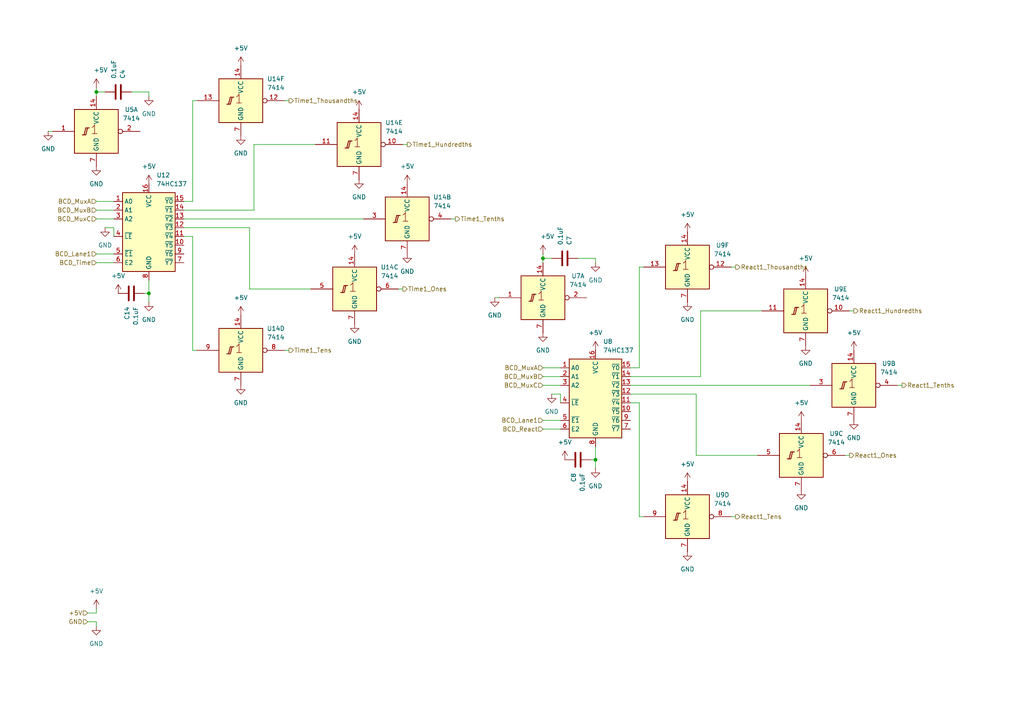
<source format=kicad_sch>
(kicad_sch (version 20250114) (generator "eeschema") (generator_version "9.0")
  (paper "A4")
  (lib_symbols
    (symbol "74xx:74HC137"
      (property "Reference" "U" (at -7.62 13.97 0))
      (property "Value" "74HC137" (at 2.54 -11.43 0))
      (symbol "74HC137_0_1"
        (rectangle (start -7.62 12.7) (end 7.62 -10.16) (stroke (width 0.254)) (fill (type background)))
      )
      (symbol "74HC137_1_1"
        (pin input line (at -10.16 10.16 0) (length 2.54) (name "A0") (number "1"))
        (pin input line (at -10.16 7.62 0) (length 2.54) (name "A1") (number "2"))
        (pin input line (at -10.16 5.08 0) (length 2.54) (name "A2") (number "3"))
        (pin input line (at -10.16 0 0) (length 2.54) (name "~{LE}") (number "4"))
        (pin input line (at -10.16 -5.08 0) (length 2.54) (name "~{E1}") (number "5"))
        (pin input line (at -10.16 -7.62 0) (length 2.54) (name "E2") (number "6"))
        (pin power_in line (at 0 15.24 270) (length 2.54) (name "VCC") (number "16"))
        (pin power_in line (at 0 -12.7 90) (length 2.54) (name "GND") (number "8"))
        (pin output line (at 10.16 10.16 180) (length 2.54) (name "~{Y0}") (number "15"))
        (pin output line (at 10.16 7.62 180) (length 2.54) (name "~{Y1}") (number "14"))
        (pin output line (at 10.16 5.08 180) (length 2.54) (name "~{Y2}") (number "13"))
        (pin output line (at 10.16 2.54 180) (length 2.54) (name "~{Y3}") (number "12"))
        (pin output line (at 10.16 0 180) (length 2.54) (name "~{Y4}") (number "11"))
        (pin output line (at 10.16 -2.54 180) (length 2.54) (name "~{Y5}") (number "10"))
        (pin output line (at 10.16 -5.08 180) (length 2.54) (name "~{Y6}") (number "9"))
        (pin output line (at 10.16 -7.62 180) (length 2.54) (name "~{Y7}") (number "7"))
      )
    )
    (symbol "74xx_IEEE:7414"
      (property "Reference" "U" (at 3.81 7.62 0))
      (property "Value" "7414" (at 5.08 -7.62 0))
      (symbol "7414_0_0"
        (polyline (pts (xy -4.064 -1.016) (xy -3.048 -1.016) (xy -2.54 1.016) (xy -2.032 1.016) (xy -3.048 1.016) (xy -3.556 -1.016) (xy -3.556 -1.016)) (stroke (width 0.254)) (fill (type background)))
        (text "1" (at -0.508 0.508 0) (effects (font (size 2.54 2.54))))
      )
      (symbol "7414_0_1"
        (rectangle (start -6.35 6.35) (end 6.35 -6.35) (stroke (width 0.254)) (fill (type background)))
        (pin power_in line (at 0 10.16 270) (length 3.81) (name "VCC") (number "14"))
        (pin power_in line (at 0 -10.16 90) (length 3.81) (name "GND") (number "7"))
      )
      (symbol "7414_1_1"
        (pin input line (at -12.7 0 0) (length 6.35) (name "~") (number "1"))
        (pin output inverted (at 12.7 0 180) (length 6.35) (name "~") (number "2"))
      )
      (symbol "7414_2_1"
        (pin input line (at -12.7 0 0) (length 6.35) (name "~") (number "3"))
        (pin output inverted (at 12.7 0 180) (length 6.35) (name "~") (number "4"))
      )
      (symbol "7414_3_1"
        (pin input line (at -12.7 0 0) (length 6.35) (name "~") (number "5"))
        (pin output inverted (at 12.7 0 180) (length 6.35) (name "~") (number "6"))
      )
      (symbol "7414_4_1"
        (pin input line (at -12.7 0 0) (length 6.35) (name "~") (number "9"))
        (pin output inverted (at 12.7 0 180) (length 6.35) (name "~") (number "8"))
      )
      (symbol "7414_5_1"
        (pin input line (at -12.7 0 0) (length 6.35) (name "~") (number "11"))
        (pin output inverted (at 12.7 0 180) (length 6.35) (name "~") (number "10"))
      )
      (symbol "7414_6_1"
        (pin input line (at -12.7 0 0) (length 6.35) (name "~") (number "13"))
        (pin output inverted (at 12.7 0 180) (length 6.35) (name "~") (number "12"))
      )
    )
    (symbol "Device:C" (pin_numbers (hide yes)) (pin_names (offset 0.254))
      (property "Reference" "C" (at 0.635 2.54 0))
      (property "Value" "C" (at 0.635 -2.54 0))
      (symbol "C_0_1"
        (polyline (pts (xy -2.032 0.762) (xy 2.032 0.762)) (stroke (width 0.508)))
        (polyline (pts (xy -2.032 -0.762) (xy 2.032 -0.762)) (stroke (width 0.508)))
      )
      (symbol "C_1_1"
        (pin passive line (at 0 3.81 270) (length 2.794) (name "~") (number "1"))
        (pin passive line (at 0 -3.81 90) (length 2.794) (name "~") (number "2"))
      )
    )
    (symbol "power:+5V" (power) (pin_numbers (hide yes)) (pin_names (offset 0) (hide yes))
      (property "Value" "+5V" (at 0 3.556 0))
      (symbol "+5V_0_1"
        (polyline (pts (xy -0.762 1.27) (xy 0 2.54)))
        (polyline (pts (xy 0 2.54) (xy 0.762 1.27)))
        (polyline (pts (xy 0 0) (xy 0 2.54)))
      )
      (symbol "+5V_1_1"
        (pin power_in line (at 0 0 90) (length 0) (name "~") (number "1"))
      )
    )
    (symbol "power:GND" (power) (pin_numbers (hide yes)) (pin_names (offset 0) (hide yes))
      (property "Value" "GND" (at 0 -3.81 0))
      (symbol "GND_0_1"
        (polyline (pts (xy 0 0) (xy 0 -1.27) (xy 1.27 -1.27) (xy 0 -2.54) (xy -1.27 -1.27) (xy 0 -1.27)))
      )
      (symbol "GND_1_1"
        (pin power_in line (at 0 0 270) (length 0) (name "~") (number "1"))
      )
    )
  )
  (junction (at 43.18 85.09))
  (junction (at 172.72 133.35))
  (junction (at 157.48 74.93))
  (junction (at 27.94 26.67))
  (wire (pts (xy 182.88 109.22) (xy 203.2 109.22)))
  (wire (pts (xy 13.97 38.1) (xy 15.24 38.1)))
  (wire (pts (xy 162.56 114.3) (xy 162.56 116.84)))
  (wire (pts (xy 27.94 63.5) (xy 33.02 63.5)))
  (wire (pts (xy 185.42 106.68) (xy 182.88 106.68)))
  (wire (pts (xy 160.02 74.93) (xy 157.48 74.93)))
  (wire (pts (xy 72.39 66.04) (xy 53.34 66.04)))
  (wire (pts (xy 30.48 26.67) (xy 27.94 26.67)))
  (wire (pts (xy 143.51 86.36) (xy 144.78 86.36)))
  (wire (pts (xy 53.34 60.96) (xy 73.66 60.96)))
  (wire (pts (xy 55.88 101.6) (xy 57.15 101.6)))
  (wire (pts (xy 43.18 81.28) (xy 43.18 85.09)))
  (wire (pts (xy 212.09 149.86) (xy 213.36 149.86)))
  (wire (pts (xy 82.55 29.21) (xy 83.82 29.21)))
  (wire (pts (xy 201.93 132.08) (xy 201.93 114.3)))
  (wire (pts (xy 157.48 109.22) (xy 162.56 109.22)))
  (wire (pts (xy 55.88 29.21) (xy 57.15 29.21)))
  (wire (pts (xy 245.11 132.08) (xy 246.38 132.08)))
  (wire (pts (xy 27.94 180.34) (xy 27.94 181.61)))
  (wire (pts (xy 25.4 180.34) (xy 27.94 180.34)))
  (wire (pts (xy 115.57 83.82) (xy 116.84 83.82)))
  (wire (pts (xy 55.88 29.21) (xy 55.88 58.42)))
  (wire (pts (xy 43.18 26.67) (xy 43.18 27.94)))
  (wire (pts (xy 53.34 63.5) (xy 105.41 63.5)))
  (wire (pts (xy 27.94 25.4) (xy 27.94 26.67)))
  (wire (pts (xy 27.94 26.67) (xy 27.94 27.94)))
  (wire (pts (xy 43.18 87.63) (xy 43.18 85.09)))
  (wire (pts (xy 185.42 77.47) (xy 185.42 106.68)))
  (wire (pts (xy 185.42 77.47) (xy 186.69 77.47)))
  (wire (pts (xy 157.48 74.93) (xy 157.48 76.2)))
  (wire (pts (xy 27.94 60.96) (xy 33.02 60.96)))
  (wire (pts (xy 203.2 90.17) (xy 220.98 90.17)))
  (wire (pts (xy 73.66 41.91) (xy 91.44 41.91)))
  (wire (pts (xy 27.94 76.2) (xy 33.02 76.2)))
  (wire (pts (xy 82.55 101.6) (xy 83.82 101.6)))
  (wire (pts (xy 157.48 73.66) (xy 157.48 74.93)))
  (wire (pts (xy 33.02 66.04) (xy 33.02 68.58)))
  (wire (pts (xy 130.81 63.5) (xy 132.08 63.5)))
  (wire (pts (xy 55.88 58.42) (xy 53.34 58.42)))
  (wire (pts (xy 157.48 121.92) (xy 162.56 121.92)))
  (wire (pts (xy 182.88 116.84) (xy 185.42 116.84)))
  (wire (pts (xy 171.45 133.35) (xy 172.72 133.35)))
  (wire (pts (xy 212.09 77.47) (xy 213.36 77.47)))
  (wire (pts (xy 157.48 106.68) (xy 162.56 106.68)))
  (wire (pts (xy 185.42 149.86) (xy 186.69 149.86)))
  (wire (pts (xy 219.71 132.08) (xy 201.93 132.08)))
  (wire (pts (xy 203.2 109.22) (xy 203.2 90.17)))
  (wire (pts (xy 41.91 85.09) (xy 43.18 85.09)))
  (wire (pts (xy 53.34 68.58) (xy 55.88 68.58)))
  (wire (pts (xy 167.64 74.93) (xy 172.72 74.93)))
  (wire (pts (xy 27.94 176.53) (xy 27.94 177.8)))
  (wire (pts (xy 90.17 83.82) (xy 72.39 83.82)))
  (wire (pts (xy 116.84 41.91) (xy 118.11 41.91)))
  (wire (pts (xy 27.94 58.42) (xy 33.02 58.42)))
  (wire (pts (xy 55.88 68.58) (xy 55.88 101.6)))
  (wire (pts (xy 30.48 66.04) (xy 33.02 66.04)))
  (wire (pts (xy 157.48 124.46) (xy 162.56 124.46)))
  (wire (pts (xy 172.72 129.54) (xy 172.72 133.35)))
  (wire (pts (xy 185.42 116.84) (xy 185.42 149.86)))
  (wire (pts (xy 25.4 177.8) (xy 27.94 177.8)))
  (wire (pts (xy 160.02 114.3) (xy 162.56 114.3)))
  (wire (pts (xy 72.39 83.82) (xy 72.39 66.04)))
  (wire (pts (xy 172.72 74.93) (xy 172.72 76.2)))
  (wire (pts (xy 38.1 26.67) (xy 43.18 26.67)))
  (wire (pts (xy 246.38 90.17) (xy 247.65 90.17)))
  (wire (pts (xy 157.48 111.76) (xy 162.56 111.76)))
  (wire (pts (xy 172.72 135.89) (xy 172.72 133.35)))
  (wire (pts (xy 201.93 114.3) (xy 182.88 114.3)))
  (wire (pts (xy 260.35 111.76) (xy 261.62 111.76)))
  (wire (pts (xy 27.94 73.66) (xy 33.02 73.66)))
  (wire (pts (xy 182.88 111.76) (xy 234.95 111.76)))
  (wire (pts (xy 73.66 60.96) (xy 73.66 41.91)))
  (hierarchical_label "Time1_Tenths" (shape output) (at 132.08 63.5 0))
  (hierarchical_label "React1_Tenths" (shape output) (at 261.62 111.76 0))
  (hierarchical_label "Time1_Tens" (shape output) (at 83.82 101.6 0))
  (hierarchical_label "Time1_Hundredths" (shape output) (at 118.11 41.91 0))
  (hierarchical_label "BCD_MuxA" (shape input) (at 157.48 106.68 180))
  (hierarchical_label "Time1_Thousandths" (shape output) (at 83.82 29.21 0))
  (hierarchical_label "React1_Tens" (shape output) (at 213.36 149.86 0))
  (hierarchical_label "BCD_Lane1" (shape input) (at 27.94 73.66 180))
  (hierarchical_label "BCD_MuxA" (shape input) (at 27.94 58.42 180))
  (hierarchical_label "BCD_MuxB" (shape input) (at 157.48 109.22 180))
  (hierarchical_label "React1_Ones" (shape output) (at 246.38 132.08 0))
  (hierarchical_label "BCD_MuxC" (shape input) (at 157.48 111.76 180))
  (hierarchical_label "Time1_Ones" (shape output) (at 116.84 83.82 0))
  (hierarchical_label "BCD_Time" (shape input) (at 27.94 76.2 180))
  (hierarchical_label "BCD_React" (shape input) (at 157.48 124.46 180))
  (hierarchical_label "+5V" (shape input) (at 25.4 177.8 180))
  (hierarchical_label "React1_Thousandths" (shape output) (at 213.36 77.47 0))
  (hierarchical_label "BCD_MuxB" (shape input) (at 27.94 60.96 180))
  (hierarchical_label "GND" (shape input) (at 25.4 180.34 180))
  (hierarchical_label "React1_Hundredths" (shape output) (at 247.65 90.17 0))
  (hierarchical_label "BCD_MuxC" (shape input) (at 27.94 63.5 180))
  (hierarchical_label "BCD_Lane1" (shape input) (at 157.48 121.92 180))
  (symbol (lib_id "74xx_IEEE:7414") (at 199.39 77.47 0) (unit 6)
    (property "Reference" "U9" (at 209.55 71.1514 0))
    (property "Value" "7414" (at 209.55 73.6914 0))
    (property "Footprint" "Package_SO:SOIC-14_3.9x8.7mm_P1.27mm" (effects (hide yes)))
  )
  (symbol (lib_id "power:+5V") (at 69.85 91.44 0) (unit 1)
    (property "Reference" "#PWR023" (effects (hide yes)))
    (property "Value" "+5V" (at 69.85 86.36 0))
    (property "Description" "Power symbol creates a global label with name \"+5V\"" (effects (hide yes)))
  )
  (symbol (lib_id "74xx:74HC137") (at 172.72 116.84 0) (unit 1)
    (property "Reference" "U8" (at 174.9141 99.06 0) (effects (justify left)))
    (property "Value" "74HC137" (at 174.9141 101.6 0) (effects (justify left)))
    (property "Footprint" "Package_SO:SOIC-16_3.9x9.9mm_P1.27mm" (effects (hide yes)))
    (property "Datasheet" "http://www.ti.com/lit/ds/symlink/cd74hc237.pdf" (effects (hide yes)))
    (property "Description" "3-to-8 line decoder/multiplexer with address latches, DIP-16/SOIC-16/SSOP-16" (effects (hide yes)))
  )
  (symbol (lib_id "Device:C") (at 38.1 85.09 90) (mirror x) (unit 1)
    (property "Reference" "C14" (at 36.8299 88.9 0) (effects (justify left)))
    (property "Value" "0.1uF" (at 39.3699 88.9 0) (effects (justify left)))
    (property "Footprint" "Capacitor_SMD:C_0805_2012Metric" (effects (hide yes)))
    (property "Description" "Unpolarized capacitor" (effects (hide yes)))
  )
  (symbol (lib_id "power:GND") (at 172.72 135.89 0) (unit 1)
    (property "Reference" "#PWR058" (effects (hide yes)))
    (property "Value" "GND" (at 172.72 140.97 0))
    (property "Description" "Power symbol creates a global label with name \"GND\" , ground" (effects (hide yes)))
  )
  (symbol (lib_id "Device:C") (at 34.29 26.67 270) (mirror x) (unit 1)
    (property "Reference" "C4" (at 35.5601 22.86 0) (effects (justify left)))
    (property "Value" "0.1uF" (at 33.0201 22.86 0) (effects (justify left)))
    (property "Footprint" "Capacitor_SMD:C_0805_2012Metric" (effects (hide yes)))
    (property "Description" "Unpolarized capacitor" (effects (hide yes)))
  )
  (symbol (lib_id "power:+5V") (at 69.85 19.05 0) (unit 1)
    (property "Reference" "#PWR030" (effects (hide yes)))
    (property "Value" "+5V" (at 69.85 13.97 0))
    (property "Description" "Power symbol creates a global label with name \"+5V\"" (effects (hide yes)))
  )
  (symbol (lib_id "power:GND") (at 247.65 121.92 0) (unit 1)
    (property "Reference" "#PWR068" (effects (hide yes)))
    (property "Value" "GND" (at 247.65 127 0))
    (property "Description" "Power symbol creates a global label with name \"GND\" , ground" (effects (hide yes)))
  )
  (symbol (lib_id "power:GND") (at 199.39 87.63 0) (unit 1)
    (property "Reference" "#PWR060" (effects (hide yes)))
    (property "Value" "GND" (at 199.39 92.71 0))
    (property "Description" "Power symbol creates a global label with name \"GND\" , ground" (effects (hide yes)))
  )
  (symbol (lib_id "74xx_IEEE:7414") (at 104.14 41.91 0) (unit 5)
    (property "Reference" "U14" (at 114.3 35.5914 0))
    (property "Value" "7414" (at 114.3 38.1314 0))
    (property "Footprint" "Package_SO:SOIC-14_3.9x8.7mm_P1.27mm" (effects (hide yes)))
  )
  (symbol (lib_id "power:+5V") (at 157.48 73.66 0) (unit 1)
    (property "Reference" "#PWR052" (effects (hide yes)))
    (property "Value" "+5V" (at 158.75 68.58 0))
    (property "Description" "Power symbol creates a global label with name \"+5V\"" (effects (hide yes)))
  )
  (symbol (lib_id "power:GND") (at 104.14 52.07 0) (unit 1)
    (property "Reference" "#PWR020" (effects (hide yes)))
    (property "Value" "GND" (at 104.14 57.15 0))
    (property "Description" "Power symbol creates a global label with name \"GND\" , ground" (effects (hide yes)))
  )
  (symbol (lib_id "power:GND") (at 30.48 66.04 0) (unit 1)
    (property "Reference" "#PWR027" (effects (hide yes)))
    (property "Value" "GND" (at 30.48 71.12 0))
    (property "Description" "Power symbol creates a global label with name \"GND\" , ground" (effects (hide yes)))
  )
  (symbol (lib_id "power:GND") (at 43.18 87.63 0) (unit 1)
    (property "Reference" "#PWR025" (effects (hide yes)))
    (property "Value" "GND" (at 43.18 92.71 0))
    (property "Description" "Power symbol creates a global label with name \"GND\" , ground" (effects (hide yes)))
  )
  (symbol (lib_id "74xx_IEEE:7414") (at 118.11 63.5 0) (unit 2)
    (property "Reference" "U14" (at 128.27 57.1814 0))
    (property "Value" "7414" (at 128.27 59.7214 0))
    (property "Footprint" "Package_SO:SOIC-14_3.9x8.7mm_P1.27mm" (effects (hide yes)))
  )
  (symbol (lib_id "power:+5V") (at 102.87 73.66 0) (unit 1)
    (property "Reference" "#PWR022" (effects (hide yes)))
    (property "Value" "+5V" (at 102.87 68.58 0))
    (property "Description" "Power symbol creates a global label with name \"+5V\"" (effects (hide yes)))
  )
  (symbol (lib_id "power:GND") (at 157.48 96.52 0) (unit 1)
    (property "Reference" "#PWR053" (effects (hide yes)))
    (property "Value" "GND" (at 157.48 101.6 0))
    (property "Description" "Power symbol creates a global label with name \"GND\" , ground" (effects (hide yes)))
  )
  (symbol (lib_id "power:GND") (at 199.39 160.02 0) (unit 1)
    (property "Reference" "#PWR062" (effects (hide yes)))
    (property "Value" "GND" (at 199.39 165.1 0))
    (property "Description" "Power symbol creates a global label with name \"GND\" , ground" (effects (hide yes)))
  )
  (symbol (lib_id "power:GND") (at 172.72 76.2 0) (unit 1)
    (property "Reference" "#PWR056" (effects (hide yes)))
    (property "Value" "GND" (at 172.72 81.28 0))
    (property "Description" "Power symbol creates a global label with name \"GND\" , ground" (effects (hide yes)))
  )
  (symbol (lib_id "74xx_IEEE:7414") (at 157.48 86.36 0) (unit 1)
    (property "Reference" "U7" (at 167.64 80.0414 0))
    (property "Value" "7414" (at 167.64 82.5814 0))
    (property "Footprint" "Package_SO:SOIC-14_3.9x8.7mm_P1.27mm" (effects (hide yes)))
  )
  (symbol (lib_id "power:GND") (at 143.51 86.36 0) (unit 1)
    (property "Reference" "#PWR051" (effects (hide yes)))
    (property "Value" "GND" (at 143.51 91.44 0))
    (property "Description" "Power symbol creates a global label with name \"GND\" , ground" (effects (hide yes)))
  )
  (symbol (lib_id "74xx_IEEE:7414") (at 247.65 111.76 0) (unit 2)
    (property "Reference" "U9" (at 257.81 105.4414 0))
    (property "Value" "7414" (at 257.81 107.9814 0))
    (property "Footprint" "Package_SO:SOIC-14_3.9x8.7mm_P1.27mm" (effects (hide yes)))
  )
  (symbol (lib_id "74xx:74HC137") (at 43.18 68.58 0) (unit 1)
    (property "Reference" "U12" (at 45.3741 50.8 0) (effects (justify left)))
    (property "Value" "74HC137" (at 45.3741 53.34 0) (effects (justify left)))
    (property "Footprint" "Package_SO:SOIC-16_3.9x9.9mm_P1.27mm" (effects (hide yes)))
    (property "Datasheet" "http://www.ti.com/lit/ds/symlink/cd74hc237.pdf" (effects (hide yes)))
    (property "Description" "3-to-8 line decoder/multiplexer with address latches, DIP-16/SOIC-16/SSOP-16" (effects (hide yes)))
  )
  (symbol (lib_id "power:GND") (at 118.11 73.66 0) (unit 1)
    (property "Reference" "#PWR017" (effects (hide yes)))
    (property "Value" "GND" (at 118.11 78.74 0))
    (property "Description" "Power symbol creates a global label with name \"GND\" , ground" (effects (hide yes)))
  )
  (symbol (lib_id "power:GND") (at 27.94 181.61 0) (unit 1)
    (property "Reference" "#PWR0107" (effects (hide yes)))
    (property "Value" "GND" (at 27.94 186.69 0))
    (property "Description" "Power symbol creates a global label with name \"GND\" , ground" (effects (hide yes)))
  )
  (symbol (lib_id "power:+5V") (at 247.65 101.6 0) (unit 1)
    (property "Reference" "#PWR067" (effects (hide yes)))
    (property "Value" "+5V" (at 247.65 96.52 0))
    (property "Description" "Power symbol creates a global label with name \"+5V\"" (effects (hide yes)))
  )
  (symbol (lib_id "74xx_IEEE:7414") (at 199.39 149.86 0) (unit 4)
    (property "Reference" "U9" (at 209.55 143.5414 0))
    (property "Value" "7414" (at 209.55 146.0814 0))
    (property "Footprint" "Package_SO:SOIC-14_3.9x8.7mm_P1.27mm" (effects (hide yes)))
  )
  (symbol (lib_id "power:+5V") (at 233.68 80.01 0) (unit 1)
    (property "Reference" "#PWR065" (effects (hide yes)))
    (property "Value" "+5V" (at 233.68 74.93 0))
    (property "Description" "Power symbol creates a global label with name \"+5V\"" (effects (hide yes)))
  )
  (symbol (lib_id "power:GND") (at 43.18 27.94 0) (unit 1)
    (property "Reference" "#PWR031" (effects (hide yes)))
    (property "Value" "GND" (at 43.18 33.02 0))
    (property "Description" "Power symbol creates a global label with name \"GND\" , ground" (effects (hide yes)))
  )
  (symbol (lib_id "power:+5V") (at 172.72 101.6 0) (unit 1)
    (property "Reference" "#PWR057" (effects (hide yes)))
    (property "Value" "+5V" (at 172.72 96.52 0))
    (property "Description" "Power symbol creates a global label with name \"+5V\"" (effects (hide yes)))
  )
  (symbol (lib_id "power:+5V") (at 163.83 133.35 0) (unit 1)
    (property "Reference" "#PWR055" (effects (hide yes)))
    (property "Value" "+5V" (at 163.83 128.27 0))
    (property "Description" "Power symbol creates a global label with name \"+5V\"" (effects (hide yes)))
  )
  (symbol (lib_id "power:GND") (at 69.85 39.37 0) (unit 1)
    (property "Reference" "#PWR029" (effects (hide yes)))
    (property "Value" "GND" (at 69.85 44.45 0))
    (property "Description" "Power symbol creates a global label with name \"GND\" , ground" (effects (hide yes)))
  )
  (symbol (lib_id "power:+5V") (at 27.94 176.53 0) (unit 1)
    (property "Reference" "#PWR0106" (effects (hide yes)))
    (property "Value" "+5V" (at 27.94 171.45 0))
    (property "Description" "Power symbol creates a global label with name \"+5V\"" (effects (hide yes)))
  )
  (symbol (lib_id "74xx_IEEE:7414") (at 233.68 90.17 0) (unit 5)
    (property "Reference" "U9" (at 243.84 83.8514 0))
    (property "Value" "7414" (at 243.84 86.3914 0))
    (property "Footprint" "Package_SO:SOIC-14_3.9x8.7mm_P1.27mm" (effects (hide yes)))
  )
  (symbol (lib_id "power:+5V") (at 34.29 85.09 0) (unit 1)
    (property "Reference" "#PWR028" (effects (hide yes)))
    (property "Value" "+5V" (at 34.29 80.01 0))
    (property "Description" "Power symbol creates a global label with name \"+5V\"" (effects (hide yes)))
  )
  (symbol (lib_id "power:GND") (at 27.94 48.26 0) (unit 1)
    (property "Reference" "#PWR0100" (effects (hide yes)))
    (property "Value" "GND" (at 27.94 53.34 0))
    (property "Description" "Power symbol creates a global label with name \"GND\" , ground" (effects (hide yes)))
  )
  (symbol (lib_id "74xx_IEEE:7414") (at 232.41 132.08 0) (unit 3)
    (property "Reference" "U9" (at 242.57 125.7614 0))
    (property "Value" "7414" (at 242.57 128.3014 0))
    (property "Footprint" "Package_SO:SOIC-14_3.9x8.7mm_P1.27mm" (effects (hide yes)))
  )
  (symbol (lib_id "power:GND") (at 13.97 38.1 0) (unit 1)
    (property "Reference" "#PWR032" (effects (hide yes)))
    (property "Value" "GND" (at 13.97 43.18 0))
    (property "Description" "Power symbol creates a global label with name \"GND\" , ground" (effects (hide yes)))
  )
  (symbol (lib_id "74xx_IEEE:7414") (at 69.85 101.6 0) (unit 4)
    (property "Reference" "U14" (at 80.01 95.2814 0))
    (property "Value" "7414" (at 80.01 97.8214 0))
    (property "Footprint" "Package_SO:SOIC-14_3.9x8.7mm_P1.27mm" (effects (hide yes)))
  )
  (symbol (lib_id "Device:C") (at 167.64 133.35 90) (mirror x) (unit 1)
    (property "Reference" "C8" (at 166.3699 137.16 0) (effects (justify left)))
    (property "Value" "0.1uF" (at 168.9099 137.16 0) (effects (justify left)))
    (property "Footprint" "Capacitor_SMD:C_0805_2012Metric" (effects (hide yes)))
    (property "Description" "Unpolarized capacitor" (effects (hide yes)))
  )
  (symbol (lib_id "power:GND") (at 232.41 142.24 0) (unit 1)
    (property "Reference" "#PWR064" (effects (hide yes)))
    (property "Value" "GND" (at 232.41 147.32 0))
    (property "Description" "Power symbol creates a global label with name \"GND\" , ground" (effects (hide yes)))
  )
  (symbol (lib_id "power:GND") (at 160.02 114.3 0) (unit 1)
    (property "Reference" "#PWR054" (effects (hide yes)))
    (property "Value" "GND" (at 160.02 119.38 0))
    (property "Description" "Power symbol creates a global label with name \"GND\" , ground" (effects (hide yes)))
  )
  (symbol (lib_id "power:+5V") (at 199.39 67.31 0) (unit 1)
    (property "Reference" "#PWR059" (effects (hide yes)))
    (property "Value" "+5V" (at 199.39 62.23 0))
    (property "Description" "Power symbol creates a global label with name \"+5V\"" (effects (hide yes)))
  )
  (symbol (lib_id "power:GND") (at 69.85 111.76 0) (unit 1)
    (property "Reference" "#PWR019" (effects (hide yes)))
    (property "Value" "GND" (at 69.85 116.84 0))
    (property "Description" "Power symbol creates a global label with name \"GND\" , ground" (effects (hide yes)))
  )
  (symbol (lib_id "power:GND") (at 233.68 100.33 0) (unit 1)
    (property "Reference" "#PWR066" (effects (hide yes)))
    (property "Value" "GND" (at 233.68 105.41 0))
    (property "Description" "Power symbol creates a global label with name \"GND\" , ground" (effects (hide yes)))
  )
  (symbol (lib_id "power:+5V") (at 118.11 53.34 0) (unit 1)
    (property "Reference" "#PWR021" (effects (hide yes)))
    (property "Value" "+5V" (at 118.11 48.26 0))
    (property "Description" "Power symbol creates a global label with name \"+5V\"" (effects (hide yes)))
  )
  (symbol (lib_id "power:+5V") (at 27.94 25.4 0) (unit 1)
    (property "Reference" "#PWR099" (effects (hide yes)))
    (property "Value" "+5V" (at 29.21 20.32 0))
    (property "Description" "Power symbol creates a global label with name \"+5V\"" (effects (hide yes)))
  )
  (symbol (lib_id "power:+5V") (at 104.14 31.75 0) (unit 1)
    (property "Reference" "#PWR024" (effects (hide yes)))
    (property "Value" "+5V" (at 104.14 26.67 0))
    (property "Description" "Power symbol creates a global label with name \"+5V\"" (effects (hide yes)))
  )
  (symbol (lib_id "Device:C") (at 163.83 74.93 270) (mirror x) (unit 1)
    (property "Reference" "C7" (at 165.1001 71.12 0) (effects (justify left)))
    (property "Value" "0.1uF" (at 162.5601 71.12 0) (effects (justify left)))
    (property "Footprint" "Capacitor_SMD:C_0805_2012Metric" (effects (hide yes)))
    (property "Description" "Unpolarized capacitor" (effects (hide yes)))
  )
  (symbol (lib_id "power:+5V") (at 43.18 53.34 0) (unit 1)
    (property "Reference" "#PWR026" (effects (hide yes)))
    (property "Value" "+5V" (at 43.18 48.26 0))
    (property "Description" "Power symbol creates a global label with name \"+5V\"" (effects (hide yes)))
  )
  (symbol (lib_id "74xx_IEEE:7414") (at 27.94 38.1 0) (unit 1)
    (property "Reference" "U5" (at 38.1 31.7814 0))
    (property "Value" "7414" (at 38.1 34.3214 0))
    (property "Footprint" "Package_SO:SOIC-14_3.9x8.7mm_P1.27mm" (effects (hide yes)))
  )
  (symbol (lib_id "power:+5V") (at 199.39 139.7 0) (unit 1)
    (property "Reference" "#PWR061" (effects (hide yes)))
    (property "Value" "+5V" (at 199.39 134.62 0))
    (property "Description" "Power symbol creates a global label with name \"+5V\"" (effects (hide yes)))
  )
  (symbol (lib_id "power:GND") (at 102.87 93.98 0) (unit 1)
    (property "Reference" "#PWR018" (effects (hide yes)))
    (property "Value" "GND" (at 102.87 99.06 0))
    (property "Description" "Power symbol creates a global label with name \"GND\" , ground" (effects (hide yes)))
  )
  (symbol (lib_id "74xx_IEEE:7414") (at 102.87 83.82 0) (unit 3)
    (property "Reference" "U14" (at 113.03 77.5014 0))
    (property "Value" "7414" (at 113.03 80.0414 0))
    (property "Footprint" "Package_SO:SOIC-14_3.9x8.7mm_P1.27mm" (effects (hide yes)))
  )
  (symbol (lib_id "74xx_IEEE:7414") (at 69.85 29.21 0) (unit 6)
    (property "Reference" "U14" (at 80.01 22.8914 0))
    (property "Value" "7414" (at 80.01 25.4314 0))
    (property "Footprint" "Package_SO:SOIC-14_3.9x8.7mm_P1.27mm" (effects (hide yes)))
  )
  (symbol (lib_id "power:+5V") (at 232.41 121.92 0) (unit 1)
    (property "Reference" "#PWR063" (effects (hide yes)))
    (property "Value" "+5V" (at 232.41 116.84 0))
    (property "Description" "Power symbol creates a global label with name \"+5V\"" (effects (hide yes)))
  )
)
</source>
